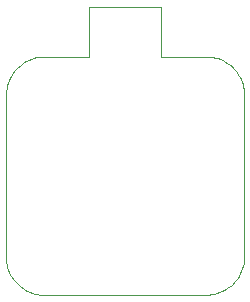
<source format=gko>
%FSTAX44Y44*%
%MOMM*%
%SFA1B1*%

%IPPOS*%
%ADD26C,0.010000*%
%LNpcb1-1*%
%LPD*%
G54D26*
X-00032236Y0D02*
D01*
X-00032158Y-00002248*
X-00031923Y-00004486*
X-00031532Y-00006702*
X-00030988Y-00008885*
X-00030292Y-00011025*
X-00029449Y-00013111*
X-00028463Y-00015134*
X-00027338Y-00017082*
X-0002608Y-00018948*
X-00024694Y-00020721*
X-00023189Y-00022393*
X-0002157Y-00023956*
X-00019847Y-00025403*
X-00018026Y-00026725*
X-00016118Y-00027917*
X-00014131Y-00028974*
X-00012076Y-00029889*
X-00009961Y-00030659*
X-00007798Y-00031279*
X-00005597Y-00031747*
X-00003369Y-0003206*
X-00001124Y-00032217*
X0Y-00032236*
X00137128D02*
D01*
X00139377Y-00032158*
X00141615Y-00031923*
X00143831Y-00031532*
X00146014Y-00030988*
X00148154Y-00030292*
X0015024Y-00029449*
X00152263Y-00028463*
X00154211Y-00027338*
X00156077Y-0002608*
X0015785Y-00024694*
X00159522Y-00023189*
X00161085Y-0002157*
X00162532Y-00019847*
X00163854Y-00018026*
X00165046Y-00016118*
X00166103Y-00014131*
X00167018Y-00012076*
X00167788Y-00009961*
X00168408Y-00007798*
X00168876Y-00005597*
X00169189Y-00003369*
X00169346Y-00001124*
X00169365Y0*
Y00137128D02*
D01*
X00169287Y00139377*
X00169052Y00141615*
X00168661Y00143831*
X00168117Y00146014*
X00167421Y00148154*
X00166578Y0015024*
X00165592Y00152263*
X00164467Y00154211*
X00163209Y00156077*
X00161823Y0015785*
X00160318Y00159522*
X00158699Y00161085*
X00156976Y00162532*
X00155155Y00163854*
X00153247Y00165046*
X0015126Y00166103*
X00149205Y00167018*
X0014709Y00167788*
X00144927Y00168408*
X00142726Y00168876*
X00140498Y00169189*
X00138253Y00169346*
X00137128Y00169365*
X0D02*
D01*
X-00002248Y00169287*
X-00004486Y00169052*
X-00006702Y00168661*
X-00008885Y00168117*
X-00011025Y00167421*
X-00013111Y00166578*
X-00015134Y00165592*
X-00017082Y00164467*
X-00018948Y00163209*
X-00020721Y00161823*
X-00022393Y00160318*
X-00023956Y00158699*
X-00025403Y00156976*
X-00026725Y00155155*
X-00027917Y00153247*
X-00028974Y0015126*
X-00029889Y00149205*
X-00030659Y0014709*
X-00031279Y00144927*
X-00031747Y00142726*
X-0003206Y00140498*
X-00032217Y00138253*
X-00032236Y00137128*
X0Y-00032236D02*
X00137128D01*
X00169365Y0D02*
Y00137128D01*
X00099073Y00169365D02*
X00137128D01*
X00099073D02*
Y00211379D01*
X00038054D02*
X00099073D01*
X00038054Y00169365D02*
Y00211379D01*
X0Y00169365D02*
X00038054D01*
X-00032236Y0D02*
Y00137128D01*
M02*
</source>
